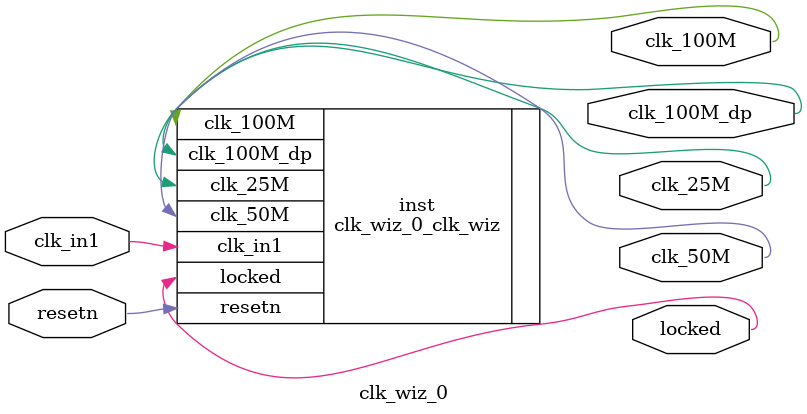
<source format=v>


`timescale 1ps/1ps

(* CORE_GENERATION_INFO = "clk_wiz_0,clk_wiz_v6_0_4_0_0,{component_name=clk_wiz_0,use_phase_alignment=true,use_min_o_jitter=false,use_max_i_jitter=false,use_dyn_phase_shift=false,use_inclk_switchover=false,use_dyn_reconfig=false,enable_axi=0,feedback_source=FDBK_AUTO,PRIMITIVE=MMCM,num_out_clk=4,clkin1_period=20.000,clkin2_period=10.0,use_power_down=false,use_reset=true,use_locked=true,use_inclk_stopped=false,feedback_type=SINGLE,CLOCK_MGR_TYPE=NA,manual_override=false}" *)

module clk_wiz_0 
 (
  // Clock out ports
  output        clk_100M,
  output        clk_100M_dp,
  output        clk_50M,
  output        clk_25M,
  // Status and control signals
  input         resetn,
  output        locked,
 // Clock in ports
  input         clk_in1
 );

  clk_wiz_0_clk_wiz inst
  (
  // Clock out ports  
  .clk_100M(clk_100M),
  .clk_100M_dp(clk_100M_dp),
  .clk_50M(clk_50M),
  .clk_25M(clk_25M),
  // Status and control signals               
  .resetn(resetn), 
  .locked(locked),
 // Clock in ports
  .clk_in1(clk_in1)
  );

endmodule

</source>
